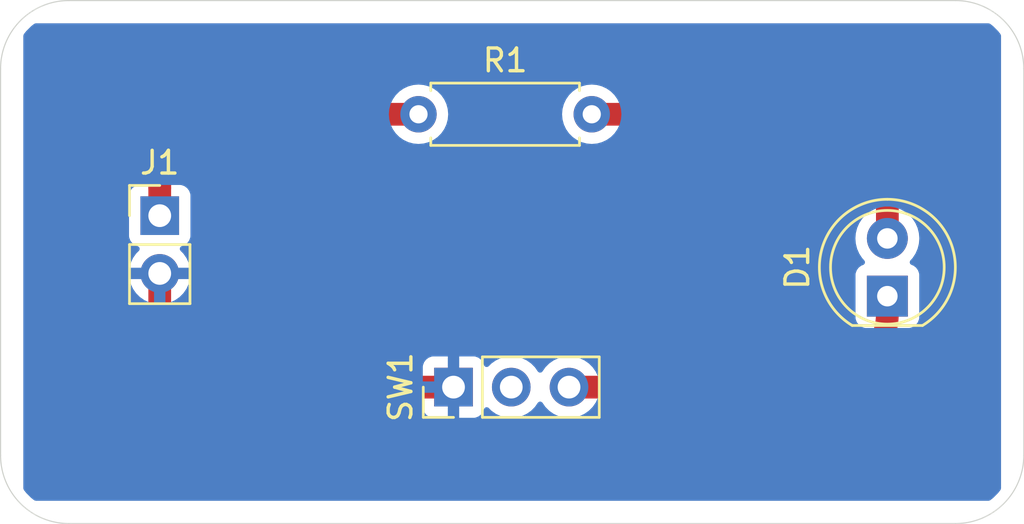
<source format=kicad_pcb>
(kicad_pcb (version 20240108) (generator "pcbnew") (generator_version "8.0")
  (layers (0 "F.Cu" signal) (31 "B.Cu" signal) (34 "B.Paste" user) (35 "F.Paste" user) (36 "B.SilkS" user "B.Silkscreen") (37 "F.SilkS" user "F.Silkscreen") (38 "B.Mask" user) (39 "F.Mask" user) (44 "Edge.Cuts" user))
  (net 0 "")
  (net 1 "Net-(D1-K)")
  (net 2 "Net-(D1-A)")
  (net 3 "GND")
  (net 4 "VCC")
  (footprint "Connector_PinHeader_2.54mm:PinHeader_1x02_P2.54mm_Vertical" (layer "F.Cu") (at 189 112.46)
    (property "Reference" "J1" (at 0 -2.33 0) (layer "F.SilkS"))
    (property "Value" "Conn_01x02_Pin")
    (fp_line (start -1.33 -1.33) (end 0 -1.33) (stroke (width 0.12)) (layer "F.SilkS"))
    (fp_line (start -1.33 0) (end -1.33 -1.33) (stroke (width 0.12)) (layer "F.SilkS"))
    (fp_line (start -1.33 1.27) (end -1.33 3.87) (stroke (width 0.12)) (layer "F.SilkS"))
    (fp_line (start -1.33 1.27) (end 1.33 1.27) (stroke (width 0.12)) (layer "F.SilkS"))
    (fp_line (start -1.33 3.87) (end 1.33 3.87) (stroke (width 0.12)) (layer "F.SilkS"))
    (fp_line (start 1.33 1.27) (end 1.33 3.87) (stroke (width 0.12)) (layer "F.SilkS"))
    (pad "1" thru_hole rect (at 0 0) (size 1.7 1.7) (drill 1) (layers "*.Cu" "*.Mask") (net 4 "VCC"))
    (pad "2" thru_hole oval (at 0 2.54) (size 1.7 1.7) (drill 1) (layers "*.Cu" "*.Mask") (net 3 "GND"))
  )
  (footprint "LED_THT:LED_D5.0mm" (layer "F.Cu") (at 221 116 90)
    (property "Reference" "D1" (at 1.27 -3.96 90) (layer "F.SilkS"))
    (property "Value" "LED")
    (fp_line (start -1.29 -1.545) (end -1.29 1.545) (stroke (width 0.12)) (layer "F.SilkS"))
    (fp_arc (start -1.29 -1.54483) (mid 2.071756 -2.880501) (end 4.26 -0.000048) (stroke (width 0.12)) (layer "F.SilkS"))
    (fp_arc (start 4.26 0.000048) (mid 2.071756 2.880501) (end -1.29 1.54483) (stroke (width 0.12)) (layer "F.SilkS"))
    (fp_circle (center 1.27 0) (end 3.77 0) (stroke (width 0.12)) (fill none) (layer "F.SilkS"))
    (pad "1" thru_hole rect (at 0 0 90) (size 1.8 1.8) (drill 0.9) (layers "*.Cu" "*.Mask") (net 1 "Net-(D1-K)"))
    (pad "2" thru_hole circle (at 2.54 0 90) (size 1.8 1.8) (drill 0.9) (layers "*.Cu" "*.Mask") (net 2 "Net-(D1-A)"))
  )
  (footprint "Connector_PinHeader_2.54mm:PinHeader_1x03_P2.54mm_Vertical" (layer "F.Cu") (at 201.92 120 90)
    (property "Reference" "SW1" (at 0 -2.33 90) (layer "F.SilkS"))
    (property "Value" "SW_DPST_x2")
    (fp_line (start -1.33 -1.33) (end 0 -1.33) (stroke (width 0.12)) (layer "F.SilkS"))
    (fp_line (start -1.33 0) (end -1.33 -1.33) (stroke (width 0.12)) (layer "F.SilkS"))
    (fp_line (start 1.33 1.27) (end 1.33 6.41) (stroke (width 0.12)) (layer "F.SilkS"))
    (fp_line (start -1.33 1.27) (end 1.33 1.27) (stroke (width 0.12)) (layer "F.SilkS"))
    (fp_line (start -1.33 1.27) (end -1.33 6.41) (stroke (width 0.12)) (layer "F.SilkS"))
    (fp_line (start -1.33 6.41) (end 1.33 6.41) (stroke (width 0.12)) (layer "F.SilkS"))
    (pad "1" thru_hole rect (at 0 0 90) (size 1.7 1.7) (drill 1) (layers "*.Cu" "*.Mask") (net 3 "GND"))
    (pad "2" thru_hole oval (at 0 2.54 90) (size 1.7 1.7) (drill 1) (layers "*.Cu" "*.Mask"))
    (pad "3" thru_hole oval (at 0 5.08 90) (size 1.7 1.7) (drill 1) (layers "*.Cu" "*.Mask") (net 1 "Net-(D1-K)"))
  )
  (footprint "Resistor_THT:R_Axial_DIN0207_L6.3mm_D2.5mm_P7.62mm_Horizontal" (layer "F.Cu") (at 200.38 108)
    (property "Reference" "R1" (at 3.81 -2.37 0) (layer "F.SilkS"))
    (property "Value" "R")
    (fp_line (start 0.54 -1.37) (end 7.08 -1.37) (stroke (width 0.12)) (layer "F.SilkS"))
    (fp_line (start 0.54 -1.04) (end 0.54 -1.37) (stroke (width 0.12)) (layer "F.SilkS"))
    (fp_line (start 0.54 1.04) (end 0.54 1.37) (stroke (width 0.12)) (layer "F.SilkS"))
    (fp_line (start 0.54 1.37) (end 7.08 1.37) (stroke (width 0.12)) (layer "F.SilkS"))
    (fp_line (start 7.08 -1.37) (end 7.08 -1.04) (stroke (width 0.12)) (layer "F.SilkS"))
    (fp_line (start 7.08 1.37) (end 7.08 1.04) (stroke (width 0.12)) (layer "F.SilkS"))
    (pad "1" thru_hole circle (at 0 0) (size 1.6 1.6) (drill 0.8) (layers "*.Cu" "*.Mask") (net 4 "VCC"))
    (pad "2" thru_hole oval (at 7.62 0) (size 1.6 1.6) (drill 0.8) (layers "*.Cu" "*.Mask") (net 2 "Net-(D1-A)"))
  )
  (gr_line (start 224 126) (end 185 126) (stroke (width 0.05)) (layer "Edge.Cuts"))
  (gr_arc (start 227 123) (mid 226.12132 125.12132) (end 224 126) (stroke (width 0.05)) (layer "Edge.Cuts"))
  (gr_arc (start 224 103) (mid 226.12132 103.87868) (end 227 106) (stroke (width 0.05)) (layer "Edge.Cuts"))
  (gr_arc (start 182 106) (mid 182.87868 103.87868) (end 185 103) (stroke (width 0.05)) (layer "Edge.Cuts"))
  (gr_line (start 182 123) (end 182 106) (stroke (width 0.05)) (layer "Edge.Cuts"))
  (gr_line (start 227 106) (end 227 123) (stroke (width 0.05)) (layer "Edge.Cuts"))
  (gr_line (start 185 103) (end 224 103) (stroke (width 0.05)) (layer "Edge.Cuts"))
  (gr_arc (start 185 126) (mid 182.87868 125.12132) (end 182 123) (stroke (width 0.05)) (layer "Edge.Cuts"))
  (segment (start 221 116) (end 221 116.757359) (width 1) (layer "F.Cu") (net 1))
  (segment (start 220.12132 118.87868) (end 219.878679 119.121321) (width 1) (layer "F.Cu") (net 1))
  (segment (start 217.757359 120) (end 207 120) (width 1) (layer "F.Cu") (net 1))
  (arc (start 219.878679 119.121321) (mid 218.905409 119.771639) (end 217.757359 120) (width 1) (layer "F.Cu") (net 1))
  (arc (start 221 116.757359) (mid 220.771638 117.90541) (end 220.12132 118.87868) (width 1) (layer "F.Cu") (net 1))
  (segment (start 208 108) (end 217.757359 108) (width 1) (layer "F.Cu") (net 2))
  (segment (start 221 111.242641) (end 221 113.46) (width 1) (layer "F.Cu") (net 2))
  (segment (start 219.87868 108.87868) (end 220.121321 109.121321) (width 1) (layer "F.Cu") (net 2))
  (arc (start 219.87868 108.87868) (mid 218.90541 108.228361) (end 217.757359 108) (width 1) (layer "F.Cu") (net 2))
  (arc (start 220.121321 109.121321) (mid 220.771639 110.094591) (end 221 111.242641) (width 1) (layer "F.Cu") (net 2))
  (segment (start 189 116.757359) (end 189 115) (width 1) (layer "F.Cu") (net 3))
  (segment (start 190.12132 119.12132) (end 189.878679 118.878679) (width 1) (layer "F.Cu") (net 3))
  (segment (start 201.92 120) (end 192.242641 120) (width 1) (layer "F.Cu") (net 3))
  (arc (start 192.242641 120) (mid 191.09459 119.771638) (end 190.12132 119.12132) (width 1) (layer "F.Cu") (net 3))
  (arc (start 189.878679 118.878679) (mid 189.228361 117.905409) (end 189 116.757359) (width 1) (layer "F.Cu") (net 3))
  (segment (start 189 112.46) (end 189 111.242641) (width 1) (layer "F.Cu") (net 4))
  (segment (start 189.87868 109.12132) (end 190.121321 108.878679) (width 1) (layer "F.Cu") (net 4))
  (segment (start 192.242641 108) (end 200.38 108) (width 1) (layer "F.Cu") (net 4))
  (arc (start 189 111.242641) (mid 189.228362 110.09459) (end 189.87868 109.12132) (width 1) (layer "F.Cu") (net 4))
  (arc (start 192.242641 108) (mid 191.094591 108.228361) (end 190.121321 108.878679) (width 1) (layer "F.Cu") (net 4))
  (zone (net 3) (net_name "GND") (layer "B.Cu") (connect_pads (clearance 0.5)) (min_thickness 0.25) (fill yes (thermal_gap 0.5) (thermal_bridge_width 0.5))
    (polygon (pts (xy 183 104) (xy 183 125) (xy 226 125) (xy 226 104)))
  )
)
</source>
